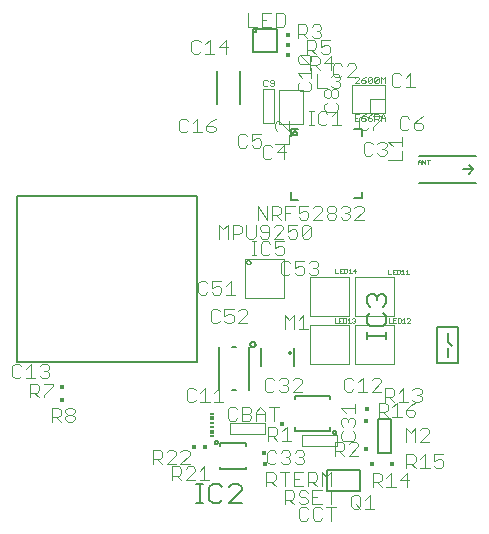
<source format=gto>
G75*
%MOIN*%
%OFA0B0*%
%FSLAX25Y25*%
%IPPOS*%
%LPD*%
%AMOC8*
5,1,8,0,0,1.08239X$1,22.5*
%
%ADD10C,0.00600*%
%ADD11C,0.00394*%
%ADD12C,0.00100*%
%ADD13C,0.00800*%
%ADD14C,0.01414*%
%ADD15C,0.00400*%
%ADD16C,0.00200*%
%ADD17C,0.00500*%
%ADD18R,0.01181X0.00591*%
%ADD19R,0.01181X0.01181*%
%ADD20C,0.00197*%
D10*
X0130500Y0070012D02*
X0130500Y0072147D01*
X0130500Y0071080D02*
X0124095Y0071080D01*
X0124095Y0072147D02*
X0124095Y0070012D01*
X0125162Y0078579D02*
X0124095Y0077512D01*
X0124095Y0075377D01*
X0125162Y0074309D01*
X0129432Y0074309D01*
X0130500Y0075377D01*
X0130500Y0077512D01*
X0129432Y0078579D01*
X0125162Y0080754D02*
X0124095Y0081822D01*
X0124095Y0083957D01*
X0125162Y0085025D01*
X0126230Y0085025D01*
X0127297Y0083957D01*
X0127297Y0082890D01*
X0127297Y0083957D02*
X0128365Y0085025D01*
X0129432Y0085025D01*
X0130500Y0083957D01*
X0130500Y0081822D01*
X0129432Y0080754D01*
X0069335Y0015300D02*
X0067200Y0015300D01*
X0068268Y0015300D02*
X0068268Y0021705D01*
X0069335Y0021705D02*
X0067200Y0021705D01*
X0075767Y0020638D02*
X0074700Y0021705D01*
X0072565Y0021705D01*
X0071497Y0020638D01*
X0071497Y0016368D01*
X0072565Y0015300D01*
X0074700Y0015300D01*
X0075767Y0016368D01*
X0082213Y0015300D02*
X0077942Y0015300D01*
X0082213Y0019570D01*
X0082213Y0020638D01*
X0081145Y0021705D01*
X0079010Y0021705D01*
X0077942Y0020638D01*
D11*
X0119900Y0090474D02*
X0132900Y0090474D01*
X0132900Y0077474D01*
X0119900Y0077474D01*
X0119900Y0090474D01*
X0119900Y0074726D02*
X0132900Y0074726D01*
X0132900Y0061726D01*
X0119900Y0061726D01*
X0119900Y0074726D01*
X0117900Y0061726D02*
X0104900Y0061726D01*
X0104900Y0074726D01*
X0117900Y0074726D01*
X0117900Y0061726D01*
X0117900Y0077474D02*
X0104900Y0077474D01*
X0104900Y0090474D01*
X0117900Y0090474D01*
X0117900Y0077474D01*
X0083500Y0096500D02*
X0096500Y0096500D01*
X0096500Y0083500D01*
X0083500Y0083500D01*
X0083500Y0096500D01*
X0083793Y0095500D02*
X0083795Y0095553D01*
X0083801Y0095605D01*
X0083811Y0095657D01*
X0083824Y0095708D01*
X0083842Y0095758D01*
X0083863Y0095807D01*
X0083888Y0095854D01*
X0083916Y0095898D01*
X0083947Y0095941D01*
X0083982Y0095981D01*
X0084019Y0096018D01*
X0084059Y0096053D01*
X0084102Y0096084D01*
X0084147Y0096112D01*
X0084193Y0096137D01*
X0084242Y0096158D01*
X0084292Y0096176D01*
X0084343Y0096189D01*
X0084395Y0096199D01*
X0084447Y0096205D01*
X0084500Y0096207D01*
X0084553Y0096205D01*
X0084605Y0096199D01*
X0084657Y0096189D01*
X0084708Y0096176D01*
X0084758Y0096158D01*
X0084807Y0096137D01*
X0084854Y0096112D01*
X0084898Y0096084D01*
X0084941Y0096053D01*
X0084981Y0096018D01*
X0085018Y0095981D01*
X0085053Y0095941D01*
X0085084Y0095898D01*
X0085112Y0095853D01*
X0085137Y0095807D01*
X0085158Y0095758D01*
X0085176Y0095708D01*
X0085189Y0095657D01*
X0085199Y0095605D01*
X0085205Y0095553D01*
X0085207Y0095500D01*
X0085205Y0095447D01*
X0085199Y0095395D01*
X0085189Y0095343D01*
X0085176Y0095292D01*
X0085158Y0095242D01*
X0085137Y0095193D01*
X0085112Y0095146D01*
X0085084Y0095102D01*
X0085053Y0095059D01*
X0085018Y0095019D01*
X0084981Y0094982D01*
X0084941Y0094947D01*
X0084898Y0094916D01*
X0084853Y0094888D01*
X0084807Y0094863D01*
X0084758Y0094842D01*
X0084708Y0094824D01*
X0084657Y0094811D01*
X0084605Y0094801D01*
X0084553Y0094795D01*
X0084500Y0094793D01*
X0084447Y0094795D01*
X0084395Y0094801D01*
X0084343Y0094811D01*
X0084292Y0094824D01*
X0084242Y0094842D01*
X0084193Y0094863D01*
X0084146Y0094888D01*
X0084102Y0094916D01*
X0084059Y0094947D01*
X0084019Y0094982D01*
X0083982Y0095019D01*
X0083947Y0095059D01*
X0083916Y0095102D01*
X0083888Y0095147D01*
X0083863Y0095193D01*
X0083842Y0095242D01*
X0083824Y0095292D01*
X0083811Y0095343D01*
X0083801Y0095395D01*
X0083795Y0095447D01*
X0083793Y0095500D01*
D12*
X0131076Y0093051D02*
X0131076Y0091550D01*
X0132077Y0091550D01*
X0133550Y0093051D02*
X0132549Y0093051D01*
X0132549Y0091550D01*
X0133550Y0091550D01*
X0133050Y0092301D02*
X0132549Y0092301D01*
X0134022Y0093051D02*
X0134022Y0091550D01*
X0134773Y0091550D01*
X0135023Y0091800D01*
X0135023Y0092801D01*
X0134773Y0093051D01*
X0134022Y0093051D01*
X0135496Y0092551D02*
X0135996Y0093051D01*
X0135996Y0091550D01*
X0135496Y0091550D02*
X0136497Y0091550D01*
X0136969Y0092551D02*
X0137469Y0093051D01*
X0137469Y0091550D01*
X0136969Y0091550D02*
X0137970Y0091550D01*
X0131324Y0076951D02*
X0131324Y0075450D01*
X0132325Y0075450D01*
X0133798Y0076951D02*
X0132797Y0076951D01*
X0132797Y0075450D01*
X0133798Y0075450D01*
X0133298Y0076201D02*
X0132797Y0076201D01*
X0134271Y0076951D02*
X0134271Y0075450D01*
X0135021Y0075450D01*
X0135271Y0075700D01*
X0135271Y0076701D01*
X0135021Y0076951D01*
X0134271Y0076951D01*
X0135744Y0076451D02*
X0136244Y0076951D01*
X0136244Y0075450D01*
X0135744Y0075450D02*
X0136745Y0075450D01*
X0138218Y0075450D02*
X0137217Y0075450D01*
X0138218Y0076451D01*
X0138218Y0076701D01*
X0137968Y0076951D01*
X0137467Y0076951D01*
X0137217Y0076701D01*
X0113224Y0076851D02*
X0113224Y0075350D01*
X0114225Y0075350D01*
X0115698Y0076851D02*
X0114697Y0076851D01*
X0114697Y0075350D01*
X0115698Y0075350D01*
X0115198Y0076101D02*
X0114697Y0076101D01*
X0116171Y0076851D02*
X0116171Y0075350D01*
X0116921Y0075350D01*
X0117171Y0075600D01*
X0117171Y0076601D01*
X0116921Y0076851D01*
X0116171Y0076851D01*
X0117644Y0076351D02*
X0118144Y0076851D01*
X0118144Y0075350D01*
X0117644Y0075350D02*
X0118645Y0075350D01*
X0119117Y0076601D02*
X0119367Y0076851D01*
X0119868Y0076851D01*
X0120118Y0076601D01*
X0120118Y0076351D01*
X0119868Y0076101D01*
X0119617Y0076101D01*
X0119868Y0076101D02*
X0120118Y0075850D01*
X0120118Y0075600D01*
X0119868Y0075350D01*
X0119367Y0075350D01*
X0119117Y0075600D01*
X0113476Y0093451D02*
X0113476Y0091950D01*
X0114477Y0091950D01*
X0115950Y0093451D02*
X0114949Y0093451D01*
X0114949Y0091950D01*
X0115950Y0091950D01*
X0115450Y0092701D02*
X0114949Y0092701D01*
X0116422Y0093451D02*
X0116422Y0091950D01*
X0117173Y0091950D01*
X0117423Y0092200D01*
X0117423Y0093201D01*
X0117173Y0093451D01*
X0116422Y0093451D01*
X0117896Y0092951D02*
X0118396Y0093451D01*
X0118396Y0091950D01*
X0117896Y0091950D02*
X0118897Y0091950D01*
X0120120Y0091950D02*
X0120120Y0093451D01*
X0119369Y0092701D01*
X0120370Y0092701D01*
X0141050Y0128150D02*
X0141050Y0129151D01*
X0141550Y0129651D01*
X0142051Y0129151D01*
X0142051Y0128150D01*
X0142051Y0128901D02*
X0141050Y0128901D01*
X0142523Y0128150D02*
X0142523Y0129651D01*
X0143524Y0128150D01*
X0143524Y0129651D01*
X0144497Y0129651D02*
X0144497Y0128150D01*
X0143997Y0129651D02*
X0144997Y0129651D01*
D13*
X0088788Y0066853D02*
X0088788Y0060947D01*
X0099812Y0060947D02*
X0099812Y0066853D01*
X0141500Y0122100D02*
X0160500Y0122100D01*
X0160500Y0131100D02*
X0141500Y0131100D01*
X0156000Y0126600D02*
X0159500Y0126600D01*
X0158000Y0128100D01*
X0159500Y0126600D02*
X0158000Y0125100D01*
D14*
X0098300Y0065400D03*
D15*
X0096600Y0073300D02*
X0096600Y0077904D01*
X0098135Y0076369D01*
X0099669Y0077904D01*
X0099669Y0073300D01*
X0101204Y0076369D02*
X0102739Y0077904D01*
X0102739Y0073300D01*
X0104273Y0073300D02*
X0101204Y0073300D01*
X0125969Y0134937D02*
X0125202Y0135704D01*
X0123667Y0135704D01*
X0122900Y0134937D01*
X0122900Y0131867D01*
X0123667Y0131100D01*
X0125202Y0131100D01*
X0125969Y0131867D01*
X0127504Y0134937D02*
X0128271Y0135704D01*
X0129806Y0135704D01*
X0130573Y0134937D01*
X0130573Y0134169D01*
X0129806Y0133402D01*
X0129039Y0133402D01*
X0129806Y0133402D02*
X0130573Y0132635D01*
X0130573Y0131867D01*
X0129806Y0131100D01*
X0128271Y0131100D01*
X0127504Y0131867D01*
X0124569Y0143537D02*
X0123802Y0144304D01*
X0122267Y0144304D01*
X0121500Y0143537D01*
X0121500Y0140467D01*
X0122267Y0139700D01*
X0123802Y0139700D01*
X0124569Y0140467D01*
X0126104Y0144304D02*
X0129173Y0144304D01*
X0129173Y0143537D01*
X0126104Y0140467D01*
X0126104Y0139700D01*
X0138169Y0143437D02*
X0137402Y0144204D01*
X0135867Y0144204D01*
X0135100Y0143437D01*
X0135100Y0140367D01*
X0135867Y0139600D01*
X0137402Y0139600D01*
X0138169Y0140367D01*
X0142773Y0144204D02*
X0141239Y0143437D01*
X0139704Y0141902D01*
X0139704Y0140367D01*
X0140471Y0139600D01*
X0142006Y0139600D01*
X0142773Y0140367D01*
X0142773Y0141135D01*
X0142006Y0141902D01*
X0139704Y0141902D01*
X0135461Y0157837D02*
X0134694Y0158604D01*
X0133159Y0158604D01*
X0132392Y0157837D01*
X0132392Y0154767D01*
X0133159Y0154000D01*
X0134694Y0154000D01*
X0135461Y0154767D01*
X0136996Y0157069D02*
X0138531Y0158604D01*
X0138531Y0154000D01*
X0140065Y0154000D02*
X0136996Y0154000D01*
X0115761Y0161037D02*
X0114994Y0161804D01*
X0113459Y0161804D01*
X0112692Y0161037D01*
X0112692Y0157967D01*
X0113459Y0157200D01*
X0114994Y0157200D01*
X0115761Y0157967D01*
X0120365Y0157200D02*
X0117296Y0157200D01*
X0120365Y0160269D01*
X0120365Y0161037D01*
X0119598Y0161804D01*
X0118063Y0161804D01*
X0117296Y0161037D01*
X0101663Y0155569D02*
X0100896Y0154802D01*
X0100896Y0153267D01*
X0101663Y0152500D01*
X0104733Y0152500D01*
X0105500Y0153267D01*
X0105500Y0154802D01*
X0104733Y0155569D01*
X0102431Y0157104D02*
X0100896Y0158639D01*
X0105500Y0158639D01*
X0105500Y0160173D02*
X0105500Y0157104D01*
X0104733Y0161708D02*
X0101663Y0161708D01*
X0100896Y0162475D01*
X0100896Y0164010D01*
X0101663Y0164777D01*
X0104733Y0164777D01*
X0105500Y0164010D01*
X0105500Y0162475D01*
X0104733Y0161708D01*
X0101663Y0164777D01*
X0092469Y0133837D02*
X0091702Y0134604D01*
X0090167Y0134604D01*
X0089400Y0133837D01*
X0089400Y0130767D01*
X0090167Y0130000D01*
X0091702Y0130000D01*
X0092469Y0130767D01*
X0096306Y0130000D02*
X0096306Y0134604D01*
X0094004Y0132302D01*
X0097073Y0132302D01*
X0084081Y0137614D02*
X0083314Y0138382D01*
X0081779Y0138382D01*
X0081012Y0137614D01*
X0081012Y0134545D01*
X0081779Y0133778D01*
X0083314Y0133778D01*
X0084081Y0134545D01*
X0088685Y0138382D02*
X0085616Y0138382D01*
X0085616Y0136080D01*
X0087151Y0136847D01*
X0087918Y0136847D01*
X0088685Y0136080D01*
X0088685Y0134545D01*
X0087918Y0133778D01*
X0086383Y0133778D01*
X0085616Y0134545D01*
X0110563Y0148769D02*
X0109796Y0148002D01*
X0109796Y0146467D01*
X0110563Y0145700D01*
X0113633Y0145700D01*
X0114400Y0146467D01*
X0114400Y0148002D01*
X0113633Y0148769D01*
X0110563Y0150304D02*
X0109796Y0151071D01*
X0109796Y0152606D01*
X0110563Y0153373D01*
X0111331Y0153373D01*
X0112098Y0152606D01*
X0112865Y0153373D01*
X0113633Y0153373D01*
X0114400Y0152606D01*
X0114400Y0151071D01*
X0113633Y0150304D01*
X0112865Y0150304D01*
X0112098Y0151071D01*
X0111331Y0150304D01*
X0110563Y0150304D01*
X0112098Y0151071D02*
X0112098Y0152606D01*
X0106235Y0141200D02*
X0104700Y0141200D01*
X0105467Y0141200D02*
X0105467Y0145804D01*
X0104700Y0145804D02*
X0106235Y0145804D01*
X0110839Y0145037D02*
X0110071Y0145804D01*
X0108537Y0145804D01*
X0107769Y0145037D01*
X0107769Y0141967D01*
X0108537Y0141200D01*
X0110071Y0141200D01*
X0110839Y0141967D01*
X0112373Y0144269D02*
X0113908Y0145804D01*
X0113908Y0141200D01*
X0115442Y0141200D02*
X0112373Y0141200D01*
X0087600Y0109700D02*
X0087600Y0114304D01*
X0090669Y0109700D01*
X0090669Y0114304D01*
X0092204Y0109700D02*
X0092204Y0114304D01*
X0094506Y0114304D01*
X0095273Y0113537D01*
X0095273Y0112002D01*
X0094506Y0111235D01*
X0092204Y0111235D01*
X0093739Y0111235D02*
X0095273Y0109700D01*
X0096808Y0109700D02*
X0096808Y0114304D01*
X0099877Y0114304D01*
X0098342Y0112002D02*
X0096808Y0112002D01*
X0104481Y0114304D02*
X0101412Y0114304D01*
X0101412Y0112002D01*
X0102946Y0112769D01*
X0103714Y0112769D01*
X0104481Y0112002D01*
X0104481Y0110467D01*
X0103714Y0109700D01*
X0102179Y0109700D01*
X0101412Y0110467D01*
X0109085Y0109700D02*
X0106016Y0109700D01*
X0109085Y0112769D01*
X0109085Y0113537D01*
X0108318Y0114304D01*
X0106783Y0114304D01*
X0106016Y0113537D01*
X0110620Y0113537D02*
X0111387Y0114304D01*
X0112922Y0114304D01*
X0113689Y0113537D01*
X0113689Y0112769D01*
X0112922Y0112002D01*
X0113689Y0111235D01*
X0113689Y0110467D01*
X0112922Y0109700D01*
X0111387Y0109700D01*
X0110620Y0110467D01*
X0110620Y0111235D01*
X0111387Y0112002D01*
X0110620Y0112769D01*
X0110620Y0113537D01*
X0111387Y0112002D02*
X0112922Y0112002D01*
X0115224Y0113537D02*
X0115991Y0114304D01*
X0117526Y0114304D01*
X0118293Y0113537D01*
X0118293Y0112769D01*
X0117526Y0112002D01*
X0116758Y0112002D01*
X0117526Y0112002D02*
X0118293Y0111235D01*
X0118293Y0110467D01*
X0117526Y0109700D01*
X0115991Y0109700D01*
X0115224Y0110467D01*
X0122897Y0109700D02*
X0119827Y0109700D01*
X0122897Y0112769D01*
X0122897Y0113537D01*
X0122129Y0114304D01*
X0120595Y0114304D01*
X0119827Y0113537D01*
X0104369Y0013237D02*
X0103602Y0014004D01*
X0102067Y0014004D01*
X0101300Y0013237D01*
X0101300Y0010167D01*
X0102067Y0009400D01*
X0103602Y0009400D01*
X0104369Y0010167D01*
X0108973Y0013237D02*
X0108206Y0014004D01*
X0106671Y0014004D01*
X0105904Y0013237D01*
X0105904Y0010167D01*
X0106671Y0009400D01*
X0108206Y0009400D01*
X0108973Y0010167D01*
X0112042Y0009400D02*
X0112042Y0014004D01*
X0110508Y0014004D02*
X0113577Y0014004D01*
X0080769Y0046537D02*
X0080002Y0047304D01*
X0078467Y0047304D01*
X0077700Y0046537D01*
X0077700Y0043467D01*
X0078467Y0042700D01*
X0080002Y0042700D01*
X0080769Y0043467D01*
X0082304Y0042700D02*
X0082304Y0047304D01*
X0084606Y0047304D01*
X0085373Y0046537D01*
X0085373Y0045769D01*
X0084606Y0045002D01*
X0085373Y0044235D01*
X0085373Y0043467D01*
X0084606Y0042700D01*
X0082304Y0042700D01*
X0082304Y0045002D02*
X0084606Y0045002D01*
X0086908Y0042700D02*
X0086908Y0045769D01*
X0088442Y0047304D01*
X0089977Y0045769D01*
X0089977Y0042700D01*
X0089977Y0045002D02*
X0086908Y0045002D01*
X0093046Y0042700D02*
X0093046Y0047304D01*
X0091512Y0047304D02*
X0094581Y0047304D01*
X0116163Y0039169D02*
X0115396Y0038402D01*
X0115396Y0036867D01*
X0116163Y0036100D01*
X0119233Y0036100D01*
X0120000Y0036867D01*
X0120000Y0038402D01*
X0119233Y0039169D01*
X0116163Y0040704D02*
X0115396Y0041471D01*
X0115396Y0043006D01*
X0116163Y0043773D01*
X0116931Y0043773D01*
X0117698Y0043006D01*
X0117698Y0042239D01*
X0117698Y0043006D02*
X0118465Y0043773D01*
X0119233Y0043773D01*
X0120000Y0043006D01*
X0120000Y0041471D01*
X0119233Y0040704D01*
X0116931Y0045308D02*
X0115396Y0046842D01*
X0120000Y0046842D01*
X0120000Y0045308D02*
X0120000Y0048377D01*
X0093069Y0056137D02*
X0092302Y0056904D01*
X0090767Y0056904D01*
X0090000Y0056137D01*
X0090000Y0053067D01*
X0090767Y0052300D01*
X0092302Y0052300D01*
X0093069Y0053067D01*
X0094604Y0056137D02*
X0095371Y0056904D01*
X0096906Y0056904D01*
X0097673Y0056137D01*
X0097673Y0055369D01*
X0096906Y0054602D01*
X0096139Y0054602D01*
X0096906Y0054602D02*
X0097673Y0053835D01*
X0097673Y0053067D01*
X0096906Y0052300D01*
X0095371Y0052300D01*
X0094604Y0053067D01*
X0102277Y0052300D02*
X0099208Y0052300D01*
X0102277Y0055369D01*
X0102277Y0056137D01*
X0101510Y0056904D01*
X0099975Y0056904D01*
X0099208Y0056137D01*
X0093857Y0032037D02*
X0093090Y0032804D01*
X0091556Y0032804D01*
X0090788Y0032037D01*
X0090788Y0028967D01*
X0091556Y0028200D01*
X0093090Y0028200D01*
X0093857Y0028967D01*
X0095392Y0032037D02*
X0096159Y0032804D01*
X0097694Y0032804D01*
X0098461Y0032037D01*
X0098461Y0031269D01*
X0097694Y0030502D01*
X0096927Y0030502D01*
X0097694Y0030502D02*
X0098461Y0029735D01*
X0098461Y0028967D01*
X0097694Y0028200D01*
X0096159Y0028200D01*
X0095392Y0028967D01*
X0099996Y0032037D02*
X0100763Y0032804D01*
X0102298Y0032804D01*
X0103065Y0032037D01*
X0103065Y0031269D01*
X0102298Y0030502D01*
X0101531Y0030502D01*
X0102298Y0030502D02*
X0103065Y0029735D01*
X0103065Y0028967D01*
X0102298Y0028200D01*
X0100763Y0028200D01*
X0099996Y0028967D01*
X0066969Y0052837D02*
X0066202Y0053604D01*
X0064667Y0053604D01*
X0063900Y0052837D01*
X0063900Y0049767D01*
X0064667Y0049000D01*
X0066202Y0049000D01*
X0066969Y0049767D01*
X0068504Y0052069D02*
X0070039Y0053604D01*
X0070039Y0049000D01*
X0071573Y0049000D02*
X0068504Y0049000D01*
X0073108Y0052069D02*
X0074642Y0053604D01*
X0074642Y0049000D01*
X0073108Y0049000D02*
X0076177Y0049000D01*
X0137097Y0035637D02*
X0137097Y0040241D01*
X0138632Y0038707D01*
X0140166Y0040241D01*
X0140166Y0035637D01*
X0144770Y0035637D02*
X0141701Y0035637D01*
X0144770Y0038707D01*
X0144770Y0039474D01*
X0144003Y0040241D01*
X0142468Y0040241D01*
X0141701Y0039474D01*
X0118783Y0014129D02*
X0118783Y0017198D01*
X0119551Y0017966D01*
X0121085Y0017966D01*
X0121853Y0017198D01*
X0121853Y0014129D01*
X0121085Y0013362D01*
X0119551Y0013362D01*
X0118783Y0014129D01*
X0120318Y0014896D02*
X0121853Y0013362D01*
X0123387Y0016431D02*
X0124922Y0017966D01*
X0124922Y0013362D01*
X0123387Y0013362D02*
X0126457Y0013362D01*
X0119523Y0056270D02*
X0118756Y0057037D01*
X0117221Y0057037D01*
X0116454Y0056270D01*
X0116454Y0053201D01*
X0117221Y0052433D01*
X0118756Y0052433D01*
X0119523Y0053201D01*
X0121058Y0055503D02*
X0122592Y0057037D01*
X0122592Y0052433D01*
X0121058Y0052433D02*
X0124127Y0052433D01*
X0128731Y0052433D02*
X0125662Y0052433D01*
X0128731Y0055503D01*
X0128731Y0056270D01*
X0127964Y0057037D01*
X0126429Y0057037D01*
X0125662Y0056270D01*
X0070869Y0088537D02*
X0070102Y0089304D01*
X0068567Y0089304D01*
X0067800Y0088537D01*
X0067800Y0085467D01*
X0068567Y0084700D01*
X0070102Y0084700D01*
X0070869Y0085467D01*
X0075473Y0089304D02*
X0072404Y0089304D01*
X0072404Y0087002D01*
X0073939Y0087769D01*
X0074706Y0087769D01*
X0075473Y0087002D01*
X0075473Y0085467D01*
X0074706Y0084700D01*
X0073171Y0084700D01*
X0072404Y0085467D01*
X0077008Y0087769D02*
X0078542Y0089304D01*
X0078542Y0084700D01*
X0077008Y0084700D02*
X0080077Y0084700D01*
X0074969Y0079137D02*
X0074202Y0079904D01*
X0072667Y0079904D01*
X0071900Y0079137D01*
X0071900Y0076067D01*
X0072667Y0075300D01*
X0074202Y0075300D01*
X0074969Y0076067D01*
X0079573Y0079904D02*
X0076504Y0079904D01*
X0076504Y0077602D01*
X0078039Y0078369D01*
X0078806Y0078369D01*
X0079573Y0077602D01*
X0079573Y0076067D01*
X0078806Y0075300D01*
X0077271Y0075300D01*
X0076504Y0076067D01*
X0084177Y0075300D02*
X0081108Y0075300D01*
X0084177Y0078369D01*
X0084177Y0079137D01*
X0083410Y0079904D01*
X0081875Y0079904D01*
X0081108Y0079137D01*
X0098457Y0095137D02*
X0097690Y0095904D01*
X0096156Y0095904D01*
X0095388Y0095137D01*
X0095388Y0092067D01*
X0096156Y0091300D01*
X0097690Y0091300D01*
X0098457Y0092067D01*
X0103061Y0095904D02*
X0099992Y0095904D01*
X0099992Y0093602D01*
X0101527Y0094369D01*
X0102294Y0094369D01*
X0103061Y0093602D01*
X0103061Y0092067D01*
X0102294Y0091300D01*
X0100759Y0091300D01*
X0099992Y0092067D01*
X0104596Y0095137D02*
X0105363Y0095904D01*
X0106898Y0095904D01*
X0107665Y0095137D01*
X0107665Y0094369D01*
X0106898Y0093602D01*
X0106131Y0093602D01*
X0106898Y0093602D02*
X0107665Y0092835D01*
X0107665Y0092067D01*
X0106898Y0091300D01*
X0105363Y0091300D01*
X0104596Y0092067D01*
X0084371Y0178717D02*
X0084371Y0174113D01*
X0087440Y0174113D01*
X0092044Y0178717D02*
X0088975Y0178717D01*
X0088975Y0174113D01*
X0092044Y0174113D01*
X0090509Y0176415D02*
X0088975Y0176415D01*
X0093579Y0178717D02*
X0093579Y0174113D01*
X0095881Y0174113D01*
X0096648Y0174881D01*
X0096648Y0177950D01*
X0095881Y0178717D01*
X0093579Y0178717D01*
X0129988Y0049000D02*
X0129988Y0053604D01*
X0132290Y0053604D01*
X0133057Y0052837D01*
X0133057Y0051302D01*
X0132290Y0050535D01*
X0129988Y0050535D01*
X0131523Y0050535D02*
X0133057Y0049000D01*
X0134592Y0052069D02*
X0136127Y0053604D01*
X0136127Y0049000D01*
X0137661Y0049000D02*
X0134592Y0049000D01*
X0139196Y0052837D02*
X0139963Y0053604D01*
X0141498Y0053604D01*
X0142265Y0052837D01*
X0142265Y0052069D01*
X0141498Y0051302D01*
X0140731Y0051302D01*
X0141498Y0051302D02*
X0142265Y0050535D01*
X0142265Y0049767D01*
X0141498Y0049000D01*
X0139963Y0049000D01*
X0139196Y0049767D01*
X0137200Y0026900D02*
X0137200Y0031504D01*
X0139502Y0031504D01*
X0140269Y0030737D01*
X0140269Y0029202D01*
X0139502Y0028435D01*
X0137200Y0028435D01*
X0138735Y0028435D02*
X0140269Y0026900D01*
X0141804Y0029969D02*
X0143339Y0031504D01*
X0143339Y0026900D01*
X0144873Y0026900D02*
X0141804Y0026900D01*
X0149477Y0031504D02*
X0146408Y0031504D01*
X0146408Y0029202D01*
X0147942Y0029969D01*
X0148710Y0029969D01*
X0149477Y0029202D01*
X0149477Y0027667D01*
X0148710Y0026900D01*
X0147175Y0026900D01*
X0146408Y0027667D01*
X0125900Y0020700D02*
X0125900Y0025304D01*
X0128202Y0025304D01*
X0128969Y0024537D01*
X0128969Y0023002D01*
X0128202Y0022235D01*
X0125900Y0022235D01*
X0127435Y0022235D02*
X0128969Y0020700D01*
X0130504Y0023769D02*
X0132039Y0025304D01*
X0132039Y0020700D01*
X0133573Y0020700D02*
X0130504Y0020700D01*
X0137410Y0020700D02*
X0137410Y0025304D01*
X0135108Y0023002D01*
X0138177Y0023002D01*
X0113300Y0031100D02*
X0113300Y0035704D01*
X0115602Y0035704D01*
X0116369Y0034937D01*
X0116369Y0033402D01*
X0115602Y0032635D01*
X0113300Y0032635D01*
X0114835Y0032635D02*
X0116369Y0031100D01*
X0120973Y0031100D02*
X0117904Y0031100D01*
X0120973Y0034169D01*
X0120973Y0034937D01*
X0120206Y0035704D01*
X0118671Y0035704D01*
X0117904Y0034937D01*
X0127900Y0044100D02*
X0127900Y0048704D01*
X0130202Y0048704D01*
X0130969Y0047937D01*
X0130969Y0046402D01*
X0130202Y0045635D01*
X0127900Y0045635D01*
X0129435Y0045635D02*
X0130969Y0044100D01*
X0132504Y0047169D02*
X0134039Y0048704D01*
X0134039Y0044100D01*
X0135573Y0044100D02*
X0132504Y0044100D01*
X0140177Y0048704D02*
X0138642Y0047937D01*
X0137108Y0046402D01*
X0137108Y0044867D01*
X0137875Y0044100D01*
X0139410Y0044100D01*
X0140177Y0044867D01*
X0140177Y0045635D01*
X0139410Y0046402D01*
X0137108Y0046402D01*
X0091100Y0036100D02*
X0091100Y0040704D01*
X0093402Y0040704D01*
X0094169Y0039937D01*
X0094169Y0038402D01*
X0093402Y0037635D01*
X0091100Y0037635D01*
X0092635Y0037635D02*
X0094169Y0036100D01*
X0095704Y0039169D02*
X0097239Y0040704D01*
X0097239Y0036100D01*
X0098773Y0036100D02*
X0095704Y0036100D01*
X0059088Y0022900D02*
X0059088Y0027504D01*
X0061390Y0027504D01*
X0062157Y0026737D01*
X0062157Y0025202D01*
X0061390Y0024435D01*
X0059088Y0024435D01*
X0060623Y0024435D02*
X0062157Y0022900D01*
X0066761Y0022900D02*
X0063692Y0022900D01*
X0066761Y0025969D01*
X0066761Y0026737D01*
X0065994Y0027504D01*
X0064459Y0027504D01*
X0063692Y0026737D01*
X0068296Y0025969D02*
X0069831Y0027504D01*
X0069831Y0022900D01*
X0071365Y0022900D02*
X0068296Y0022900D01*
X0052600Y0028300D02*
X0052600Y0032904D01*
X0054902Y0032904D01*
X0055669Y0032137D01*
X0055669Y0030602D01*
X0054902Y0029835D01*
X0052600Y0029835D01*
X0054135Y0029835D02*
X0055669Y0028300D01*
X0060273Y0028300D02*
X0057204Y0028300D01*
X0060273Y0031369D01*
X0060273Y0032137D01*
X0059506Y0032904D01*
X0057971Y0032904D01*
X0057204Y0032137D01*
X0064877Y0028300D02*
X0061808Y0028300D01*
X0064877Y0031369D01*
X0064877Y0032137D01*
X0064110Y0032904D01*
X0062575Y0032904D01*
X0061808Y0032137D01*
X0096600Y0014900D02*
X0096600Y0019504D01*
X0098902Y0019504D01*
X0099669Y0018737D01*
X0099669Y0017202D01*
X0098902Y0016435D01*
X0096600Y0016435D01*
X0098135Y0016435D02*
X0099669Y0014900D01*
X0104273Y0018737D02*
X0103506Y0019504D01*
X0101971Y0019504D01*
X0101204Y0018737D01*
X0101204Y0017969D01*
X0101971Y0017202D01*
X0103506Y0017202D01*
X0104273Y0016435D01*
X0104273Y0015667D01*
X0103506Y0014900D01*
X0101971Y0014900D01*
X0101204Y0015667D01*
X0108877Y0019504D02*
X0105808Y0019504D01*
X0105808Y0014900D01*
X0108877Y0014900D01*
X0107342Y0017202D02*
X0105808Y0017202D01*
X0111946Y0014900D02*
X0111946Y0019504D01*
X0110412Y0019504D02*
X0113481Y0019504D01*
X0090500Y0020900D02*
X0090500Y0025504D01*
X0092802Y0025504D01*
X0093569Y0024737D01*
X0093569Y0023202D01*
X0092802Y0022435D01*
X0090500Y0022435D01*
X0092035Y0022435D02*
X0093569Y0020900D01*
X0096639Y0020900D02*
X0096639Y0025504D01*
X0098173Y0025504D02*
X0095104Y0025504D01*
X0102777Y0025504D02*
X0099708Y0025504D01*
X0099708Y0020900D01*
X0102777Y0020900D01*
X0101242Y0023202D02*
X0099708Y0023202D01*
X0104312Y0020900D02*
X0104312Y0025504D01*
X0106614Y0025504D01*
X0107381Y0024737D01*
X0107381Y0023202D01*
X0106614Y0022435D01*
X0104312Y0022435D01*
X0105846Y0022435D02*
X0107381Y0020900D01*
X0108916Y0020900D02*
X0108916Y0025504D01*
X0110450Y0023969D01*
X0111985Y0025504D01*
X0111985Y0020900D01*
X0101092Y0170200D02*
X0101092Y0174804D01*
X0103394Y0174804D01*
X0104161Y0174037D01*
X0104161Y0172502D01*
X0103394Y0171735D01*
X0101092Y0171735D01*
X0102627Y0171735D02*
X0104161Y0170200D01*
X0105696Y0174037D02*
X0106463Y0174804D01*
X0107998Y0174804D01*
X0108765Y0174037D01*
X0108765Y0173269D01*
X0107998Y0172502D01*
X0107231Y0172502D01*
X0107998Y0172502D02*
X0108765Y0171735D01*
X0108765Y0170967D01*
X0107998Y0170200D01*
X0106463Y0170200D01*
X0105696Y0170967D01*
X0105192Y0159600D02*
X0105192Y0164204D01*
X0107494Y0164204D01*
X0108261Y0163437D01*
X0108261Y0161902D01*
X0107494Y0161135D01*
X0105192Y0161135D01*
X0106727Y0161135D02*
X0108261Y0159600D01*
X0112098Y0159600D02*
X0112098Y0164204D01*
X0109796Y0161902D01*
X0112865Y0161902D01*
X0103992Y0164900D02*
X0103992Y0169504D01*
X0106294Y0169504D01*
X0107061Y0168737D01*
X0107061Y0167202D01*
X0106294Y0166435D01*
X0103992Y0166435D01*
X0105527Y0166435D02*
X0107061Y0164900D01*
X0111665Y0169504D02*
X0108596Y0169504D01*
X0108596Y0167202D01*
X0110131Y0167969D01*
X0110898Y0167969D01*
X0111665Y0167202D01*
X0111665Y0165667D01*
X0110898Y0164900D01*
X0109363Y0164900D01*
X0108596Y0165667D01*
X0131196Y0129600D02*
X0135800Y0129600D01*
X0135800Y0132669D01*
X0132731Y0134204D02*
X0131196Y0135739D01*
X0135800Y0135739D01*
X0135800Y0137273D02*
X0135800Y0134204D01*
X0093296Y0134800D02*
X0097900Y0134800D01*
X0097900Y0137869D01*
X0097900Y0142473D02*
X0097900Y0139404D01*
X0094831Y0142473D01*
X0094063Y0142473D01*
X0093296Y0141706D01*
X0093296Y0140171D01*
X0094063Y0139404D01*
X0107500Y0158204D02*
X0107500Y0153600D01*
X0110569Y0153600D01*
X0112104Y0157437D02*
X0112871Y0158204D01*
X0114406Y0158204D01*
X0115173Y0157437D01*
X0115173Y0156669D01*
X0114406Y0155902D01*
X0113639Y0155902D01*
X0114406Y0155902D02*
X0115173Y0155135D01*
X0115173Y0154367D01*
X0114406Y0153600D01*
X0112871Y0153600D01*
X0112104Y0154367D01*
X0087135Y0097900D02*
X0085600Y0097900D01*
X0086367Y0097900D02*
X0086367Y0102504D01*
X0085600Y0102504D02*
X0087135Y0102504D01*
X0091739Y0101737D02*
X0090971Y0102504D01*
X0089437Y0102504D01*
X0088669Y0101737D01*
X0088669Y0098667D01*
X0089437Y0097900D01*
X0090971Y0097900D01*
X0091739Y0098667D01*
X0096342Y0102504D02*
X0093273Y0102504D01*
X0093273Y0100202D01*
X0094808Y0100969D01*
X0095575Y0100969D01*
X0096342Y0100202D01*
X0096342Y0098667D01*
X0095575Y0097900D01*
X0094041Y0097900D01*
X0093273Y0098667D01*
X0074600Y0103400D02*
X0074600Y0108004D01*
X0076135Y0106469D01*
X0077669Y0108004D01*
X0077669Y0103400D01*
X0079204Y0103400D02*
X0079204Y0108004D01*
X0081506Y0108004D01*
X0082273Y0107237D01*
X0082273Y0105702D01*
X0081506Y0104935D01*
X0079204Y0104935D01*
X0083808Y0108004D02*
X0083808Y0104167D01*
X0084575Y0103400D01*
X0086110Y0103400D01*
X0086877Y0104167D01*
X0086877Y0108004D01*
X0088412Y0104167D02*
X0089179Y0103400D01*
X0090714Y0103400D01*
X0091481Y0104167D01*
X0091481Y0107237D01*
X0090714Y0108004D01*
X0089179Y0108004D01*
X0088412Y0107237D01*
X0088412Y0106469D01*
X0089179Y0105702D01*
X0091481Y0105702D01*
X0096085Y0103400D02*
X0093016Y0103400D01*
X0096085Y0106469D01*
X0096085Y0107237D01*
X0095318Y0108004D01*
X0093783Y0108004D01*
X0093016Y0107237D01*
X0100689Y0108004D02*
X0097620Y0108004D01*
X0097620Y0105702D01*
X0099154Y0106469D01*
X0099922Y0106469D01*
X0100689Y0105702D01*
X0100689Y0104167D01*
X0099922Y0103400D01*
X0098387Y0103400D01*
X0097620Y0104167D01*
X0102224Y0104167D02*
X0102224Y0107237D01*
X0102991Y0108004D01*
X0104526Y0108004D01*
X0105293Y0107237D01*
X0105293Y0104167D01*
X0104526Y0103400D01*
X0102991Y0103400D01*
X0102224Y0104167D01*
X0105293Y0107237D01*
X0068569Y0168937D02*
X0067802Y0169704D01*
X0066267Y0169704D01*
X0065500Y0168937D01*
X0065500Y0165867D01*
X0066267Y0165100D01*
X0067802Y0165100D01*
X0068569Y0165867D01*
X0070104Y0168169D02*
X0071639Y0169704D01*
X0071639Y0165100D01*
X0073173Y0165100D02*
X0070104Y0165100D01*
X0077010Y0165100D02*
X0077010Y0169704D01*
X0074708Y0167402D01*
X0077777Y0167402D01*
X0064369Y0142637D02*
X0063602Y0143404D01*
X0062067Y0143404D01*
X0061300Y0142637D01*
X0061300Y0139567D01*
X0062067Y0138800D01*
X0063602Y0138800D01*
X0064369Y0139567D01*
X0065904Y0141869D02*
X0067439Y0143404D01*
X0067439Y0138800D01*
X0068973Y0138800D02*
X0065904Y0138800D01*
X0073577Y0143404D02*
X0072042Y0142637D01*
X0070508Y0141102D01*
X0070508Y0139567D01*
X0071275Y0138800D01*
X0072810Y0138800D01*
X0073577Y0139567D01*
X0073577Y0140335D01*
X0072810Y0141102D01*
X0070508Y0141102D01*
X0011600Y0050500D02*
X0011600Y0055104D01*
X0013902Y0055104D01*
X0014669Y0054337D01*
X0014669Y0052802D01*
X0013902Y0052035D01*
X0011600Y0052035D01*
X0013135Y0052035D02*
X0014669Y0050500D01*
X0016204Y0055104D02*
X0019273Y0055104D01*
X0019273Y0054337D01*
X0016204Y0051267D01*
X0016204Y0050500D01*
X0008857Y0060837D02*
X0008090Y0061604D01*
X0006556Y0061604D01*
X0005788Y0060837D01*
X0005788Y0057767D01*
X0006556Y0057000D01*
X0008090Y0057000D01*
X0008857Y0057767D01*
X0010392Y0060069D02*
X0011927Y0061604D01*
X0011927Y0057000D01*
X0013461Y0057000D02*
X0010392Y0057000D01*
X0014996Y0060837D02*
X0015763Y0061604D01*
X0017298Y0061604D01*
X0018065Y0060837D01*
X0018065Y0060069D01*
X0017298Y0059302D01*
X0016531Y0059302D01*
X0017298Y0059302D02*
X0018065Y0058535D01*
X0018065Y0057767D01*
X0017298Y0057000D01*
X0015763Y0057000D01*
X0014996Y0057767D01*
X0018892Y0042400D02*
X0018892Y0047004D01*
X0021194Y0047004D01*
X0021961Y0046237D01*
X0021961Y0044702D01*
X0021194Y0043935D01*
X0018892Y0043935D01*
X0020427Y0043935D02*
X0021961Y0042400D01*
X0023496Y0046237D02*
X0024263Y0047004D01*
X0025798Y0047004D01*
X0026565Y0046237D01*
X0026565Y0045469D01*
X0025798Y0044702D01*
X0026565Y0043935D01*
X0026565Y0043167D01*
X0025798Y0042400D01*
X0024263Y0042400D01*
X0023496Y0043167D01*
X0023496Y0043935D01*
X0024263Y0044702D01*
X0023496Y0045469D01*
X0023496Y0046237D01*
X0024263Y0044702D02*
X0025798Y0044702D01*
D16*
X0093102Y0153399D02*
X0093102Y0141801D01*
X0089298Y0141801D01*
X0089298Y0153399D01*
X0093102Y0153399D01*
X0090968Y0156035D02*
X0090601Y0156402D01*
X0089867Y0156402D01*
X0089500Y0156035D01*
X0089500Y0154567D01*
X0089867Y0154200D01*
X0090601Y0154200D01*
X0090968Y0154567D01*
X0091710Y0154567D02*
X0092077Y0154200D01*
X0092811Y0154200D01*
X0093178Y0154567D01*
X0093178Y0156035D01*
X0092811Y0156402D01*
X0092077Y0156402D01*
X0091710Y0156035D01*
X0091710Y0155668D01*
X0092077Y0155301D01*
X0093178Y0155301D01*
X0078401Y0042002D02*
X0089999Y0042002D01*
X0089999Y0038198D01*
X0078401Y0038198D01*
X0078401Y0042002D01*
X0102501Y0038002D02*
X0114099Y0038002D01*
X0114099Y0034198D01*
X0102501Y0034198D01*
X0102501Y0038002D01*
X0121344Y0155218D02*
X0119876Y0155218D01*
X0121344Y0156686D01*
X0121344Y0157053D01*
X0120977Y0157420D01*
X0120243Y0157420D01*
X0119876Y0157053D01*
X0123553Y0157420D02*
X0122819Y0157053D01*
X0122085Y0156319D01*
X0122085Y0155585D01*
X0122452Y0155218D01*
X0123186Y0155218D01*
X0123553Y0155585D01*
X0123553Y0155952D01*
X0123186Y0156319D01*
X0122085Y0156319D01*
X0124295Y0155585D02*
X0124295Y0157053D01*
X0124662Y0157420D01*
X0125396Y0157420D01*
X0125763Y0157053D01*
X0125763Y0155585D01*
X0125396Y0155218D01*
X0124662Y0155218D01*
X0124295Y0155585D01*
X0125763Y0157053D01*
X0126505Y0155585D02*
X0126505Y0157053D01*
X0126872Y0157420D01*
X0127606Y0157420D01*
X0127973Y0157053D01*
X0127973Y0155585D01*
X0127606Y0155218D01*
X0126872Y0155218D01*
X0126505Y0155585D01*
X0127973Y0157053D01*
X0128715Y0155218D02*
X0128715Y0157420D01*
X0129449Y0156686D01*
X0130183Y0157420D01*
X0130183Y0155218D01*
X0121344Y0144822D02*
X0119876Y0144822D01*
X0119876Y0142620D01*
X0121344Y0142620D01*
X0120610Y0143721D02*
X0119876Y0143721D01*
X0123553Y0144822D02*
X0122819Y0144455D01*
X0122085Y0143721D01*
X0122085Y0142987D01*
X0122452Y0142620D01*
X0123186Y0142620D01*
X0123553Y0142987D01*
X0123553Y0143354D01*
X0123186Y0143721D01*
X0122085Y0143721D01*
X0125763Y0144822D02*
X0125029Y0144455D01*
X0124295Y0143721D01*
X0124295Y0142987D01*
X0124662Y0142620D01*
X0125396Y0142620D01*
X0125763Y0142987D01*
X0125763Y0143354D01*
X0125396Y0143721D01*
X0124295Y0143721D01*
X0126505Y0142620D02*
X0126505Y0144822D01*
X0127606Y0144822D01*
X0127973Y0144455D01*
X0127973Y0143721D01*
X0127606Y0143354D01*
X0126505Y0143354D01*
X0127239Y0143354D02*
X0127973Y0142620D01*
X0128715Y0142620D02*
X0128715Y0144088D01*
X0129449Y0144822D01*
X0130183Y0144088D01*
X0130183Y0142620D01*
X0130183Y0143721D02*
X0128715Y0143721D01*
X0094830Y0141501D02*
X0094830Y0153099D01*
X0102570Y0153099D01*
X0102570Y0141501D01*
X0094830Y0141501D01*
D17*
X0101050Y0140011D02*
X0098589Y0140011D01*
X0098589Y0137550D01*
X0119750Y0140011D02*
X0122211Y0140011D01*
X0122211Y0137550D01*
X0122211Y0118850D02*
X0122211Y0116881D01*
X0119750Y0116881D01*
X0101050Y0116389D02*
X0098589Y0116389D01*
X0098589Y0118850D01*
X0099369Y0138535D02*
X0099371Y0138588D01*
X0099377Y0138640D01*
X0099387Y0138692D01*
X0099401Y0138743D01*
X0099418Y0138792D01*
X0099440Y0138840D01*
X0099464Y0138887D01*
X0099493Y0138931D01*
X0099524Y0138973D01*
X0099559Y0139013D01*
X0099597Y0139050D01*
X0099637Y0139084D01*
X0099680Y0139115D01*
X0099725Y0139142D01*
X0099772Y0139166D01*
X0099820Y0139186D01*
X0099870Y0139203D01*
X0099921Y0139216D01*
X0099973Y0139225D01*
X0100026Y0139230D01*
X0100078Y0139231D01*
X0100131Y0139228D01*
X0100183Y0139221D01*
X0100235Y0139210D01*
X0100285Y0139195D01*
X0100334Y0139177D01*
X0100382Y0139155D01*
X0100428Y0139129D01*
X0100472Y0139100D01*
X0100514Y0139067D01*
X0100552Y0139032D01*
X0100589Y0138993D01*
X0100622Y0138953D01*
X0100652Y0138909D01*
X0100678Y0138864D01*
X0100702Y0138816D01*
X0100721Y0138768D01*
X0100737Y0138717D01*
X0100749Y0138666D01*
X0100757Y0138614D01*
X0100761Y0138561D01*
X0100761Y0138509D01*
X0100757Y0138456D01*
X0100749Y0138404D01*
X0100737Y0138353D01*
X0100721Y0138302D01*
X0100702Y0138254D01*
X0100678Y0138206D01*
X0100652Y0138161D01*
X0100622Y0138117D01*
X0100589Y0138077D01*
X0100552Y0138038D01*
X0100514Y0138003D01*
X0100472Y0137970D01*
X0100428Y0137941D01*
X0100382Y0137915D01*
X0100334Y0137893D01*
X0100285Y0137875D01*
X0100235Y0137860D01*
X0100183Y0137849D01*
X0100131Y0137842D01*
X0100078Y0137839D01*
X0100026Y0137840D01*
X0099973Y0137845D01*
X0099921Y0137854D01*
X0099870Y0137867D01*
X0099820Y0137884D01*
X0099772Y0137904D01*
X0099725Y0137928D01*
X0099680Y0137955D01*
X0099637Y0137986D01*
X0099597Y0138020D01*
X0099559Y0138057D01*
X0099524Y0138097D01*
X0099493Y0138139D01*
X0099464Y0138183D01*
X0099440Y0138230D01*
X0099418Y0138278D01*
X0099401Y0138327D01*
X0099387Y0138378D01*
X0099377Y0138430D01*
X0099371Y0138482D01*
X0099369Y0138535D01*
X0074969Y0034343D02*
X0074969Y0035131D01*
X0083631Y0035131D01*
X0083631Y0034343D01*
X0083631Y0027257D02*
X0083631Y0026469D01*
X0074969Y0026469D01*
X0074969Y0027257D01*
X0073231Y0035524D02*
X0073233Y0035571D01*
X0073239Y0035617D01*
X0073248Y0035663D01*
X0073262Y0035707D01*
X0073279Y0035751D01*
X0073300Y0035792D01*
X0073324Y0035832D01*
X0073351Y0035870D01*
X0073382Y0035905D01*
X0073415Y0035938D01*
X0073451Y0035968D01*
X0073490Y0035994D01*
X0073530Y0036018D01*
X0073572Y0036037D01*
X0073616Y0036054D01*
X0073661Y0036066D01*
X0073707Y0036075D01*
X0073753Y0036080D01*
X0073800Y0036081D01*
X0073846Y0036078D01*
X0073892Y0036071D01*
X0073938Y0036060D01*
X0073982Y0036046D01*
X0074025Y0036028D01*
X0074066Y0036006D01*
X0074106Y0035981D01*
X0074143Y0035953D01*
X0074178Y0035922D01*
X0074210Y0035888D01*
X0074239Y0035851D01*
X0074264Y0035813D01*
X0074287Y0035772D01*
X0074306Y0035729D01*
X0074321Y0035685D01*
X0074333Y0035640D01*
X0074341Y0035594D01*
X0074345Y0035547D01*
X0074345Y0035501D01*
X0074341Y0035454D01*
X0074333Y0035408D01*
X0074321Y0035363D01*
X0074306Y0035319D01*
X0074287Y0035276D01*
X0074264Y0035235D01*
X0074239Y0035197D01*
X0074210Y0035160D01*
X0074178Y0035126D01*
X0074143Y0035095D01*
X0074106Y0035067D01*
X0074067Y0035042D01*
X0074025Y0035020D01*
X0073982Y0035002D01*
X0073938Y0034988D01*
X0073892Y0034977D01*
X0073846Y0034970D01*
X0073800Y0034967D01*
X0073753Y0034968D01*
X0073707Y0034973D01*
X0073661Y0034982D01*
X0073616Y0034994D01*
X0073572Y0035011D01*
X0073530Y0035030D01*
X0073490Y0035054D01*
X0073451Y0035080D01*
X0073415Y0035110D01*
X0073382Y0035143D01*
X0073351Y0035178D01*
X0073324Y0035216D01*
X0073300Y0035256D01*
X0073279Y0035297D01*
X0073262Y0035341D01*
X0073248Y0035385D01*
X0073239Y0035431D01*
X0073233Y0035477D01*
X0073231Y0035524D01*
X0099894Y0051106D02*
X0111706Y0051106D01*
X0099894Y0039294D02*
X0111706Y0039294D01*
X0111706Y0040476D01*
X0099894Y0040476D02*
X0099894Y0039294D01*
X0099894Y0049924D02*
X0099894Y0051106D01*
X0111706Y0051106D02*
X0111706Y0049924D01*
X0112723Y0038901D02*
X0112725Y0038948D01*
X0112731Y0038994D01*
X0112740Y0039040D01*
X0112754Y0039084D01*
X0112771Y0039128D01*
X0112792Y0039169D01*
X0112816Y0039209D01*
X0112843Y0039247D01*
X0112874Y0039282D01*
X0112907Y0039315D01*
X0112943Y0039345D01*
X0112982Y0039371D01*
X0113022Y0039395D01*
X0113064Y0039414D01*
X0113108Y0039431D01*
X0113153Y0039443D01*
X0113199Y0039452D01*
X0113245Y0039457D01*
X0113292Y0039458D01*
X0113338Y0039455D01*
X0113384Y0039448D01*
X0113430Y0039437D01*
X0113474Y0039423D01*
X0113517Y0039405D01*
X0113558Y0039383D01*
X0113598Y0039358D01*
X0113635Y0039330D01*
X0113670Y0039299D01*
X0113702Y0039265D01*
X0113731Y0039228D01*
X0113756Y0039190D01*
X0113779Y0039149D01*
X0113798Y0039106D01*
X0113813Y0039062D01*
X0113825Y0039017D01*
X0113833Y0038971D01*
X0113837Y0038924D01*
X0113837Y0038878D01*
X0113833Y0038831D01*
X0113825Y0038785D01*
X0113813Y0038740D01*
X0113798Y0038696D01*
X0113779Y0038653D01*
X0113756Y0038612D01*
X0113731Y0038574D01*
X0113702Y0038537D01*
X0113670Y0038503D01*
X0113635Y0038472D01*
X0113598Y0038444D01*
X0113559Y0038419D01*
X0113517Y0038397D01*
X0113474Y0038379D01*
X0113430Y0038365D01*
X0113384Y0038354D01*
X0113338Y0038347D01*
X0113292Y0038344D01*
X0113245Y0038345D01*
X0113199Y0038350D01*
X0113153Y0038359D01*
X0113108Y0038371D01*
X0113064Y0038388D01*
X0113022Y0038407D01*
X0112982Y0038431D01*
X0112943Y0038457D01*
X0112907Y0038487D01*
X0112874Y0038520D01*
X0112843Y0038555D01*
X0112816Y0038593D01*
X0112792Y0038633D01*
X0112771Y0038674D01*
X0112754Y0038718D01*
X0112740Y0038762D01*
X0112731Y0038808D01*
X0112725Y0038854D01*
X0112723Y0038901D01*
X0084818Y0052813D02*
X0084818Y0067380D01*
X0080487Y0052813D02*
X0078913Y0052813D01*
X0074582Y0052813D02*
X0074582Y0067380D01*
X0078913Y0067380D02*
X0080487Y0067380D01*
X0085119Y0068168D02*
X0085121Y0068227D01*
X0085127Y0068285D01*
X0085137Y0068343D01*
X0085150Y0068400D01*
X0085168Y0068457D01*
X0085189Y0068512D01*
X0085214Y0068565D01*
X0085242Y0068616D01*
X0085273Y0068666D01*
X0085308Y0068713D01*
X0085346Y0068758D01*
X0085387Y0068801D01*
X0085431Y0068840D01*
X0085477Y0068876D01*
X0085525Y0068910D01*
X0085576Y0068940D01*
X0085629Y0068966D01*
X0085683Y0068989D01*
X0085738Y0069008D01*
X0085795Y0069024D01*
X0085853Y0069036D01*
X0085911Y0069044D01*
X0085970Y0069048D01*
X0086028Y0069048D01*
X0086087Y0069044D01*
X0086145Y0069036D01*
X0086203Y0069024D01*
X0086260Y0069008D01*
X0086315Y0068989D01*
X0086369Y0068966D01*
X0086422Y0068940D01*
X0086473Y0068910D01*
X0086521Y0068876D01*
X0086567Y0068840D01*
X0086611Y0068801D01*
X0086652Y0068758D01*
X0086690Y0068713D01*
X0086725Y0068666D01*
X0086756Y0068616D01*
X0086784Y0068565D01*
X0086809Y0068512D01*
X0086830Y0068457D01*
X0086848Y0068400D01*
X0086861Y0068343D01*
X0086871Y0068285D01*
X0086877Y0068227D01*
X0086879Y0068168D01*
X0086877Y0068109D01*
X0086871Y0068051D01*
X0086861Y0067993D01*
X0086848Y0067936D01*
X0086830Y0067879D01*
X0086809Y0067824D01*
X0086784Y0067771D01*
X0086756Y0067720D01*
X0086725Y0067670D01*
X0086690Y0067623D01*
X0086652Y0067578D01*
X0086611Y0067535D01*
X0086567Y0067496D01*
X0086521Y0067460D01*
X0086473Y0067426D01*
X0086422Y0067396D01*
X0086369Y0067370D01*
X0086315Y0067347D01*
X0086260Y0067328D01*
X0086203Y0067312D01*
X0086145Y0067300D01*
X0086087Y0067292D01*
X0086028Y0067288D01*
X0085970Y0067288D01*
X0085911Y0067292D01*
X0085853Y0067300D01*
X0085795Y0067312D01*
X0085738Y0067328D01*
X0085683Y0067347D01*
X0085629Y0067370D01*
X0085576Y0067396D01*
X0085525Y0067426D01*
X0085477Y0067460D01*
X0085431Y0067496D01*
X0085387Y0067535D01*
X0085346Y0067578D01*
X0085308Y0067623D01*
X0085273Y0067670D01*
X0085242Y0067720D01*
X0085214Y0067771D01*
X0085189Y0067824D01*
X0085168Y0067879D01*
X0085150Y0067936D01*
X0085137Y0067993D01*
X0085127Y0068051D01*
X0085121Y0068109D01*
X0085119Y0068168D01*
X0127723Y0032071D02*
X0127723Y0043390D01*
X0132152Y0043390D01*
X0132152Y0032071D01*
X0127723Y0032071D01*
X0110620Y0019389D02*
X0110620Y0026164D01*
X0121820Y0026164D01*
X0121820Y0019389D01*
X0110620Y0019389D01*
X0086063Y0165563D02*
X0086063Y0172453D01*
X0086063Y0173437D01*
X0087047Y0173437D01*
X0093937Y0173437D01*
X0093937Y0165563D01*
X0086063Y0165563D01*
X0086063Y0172453D02*
X0087047Y0172453D01*
X0087047Y0173437D01*
X0147400Y0074000D02*
X0154400Y0074000D01*
X0154400Y0062000D01*
X0147400Y0062000D01*
X0147400Y0074000D01*
X0150900Y0072000D02*
X0150900Y0069000D01*
X0152400Y0067500D01*
X0150900Y0067000D02*
X0150900Y0064000D01*
X0081837Y0148387D02*
X0081837Y0159213D01*
X0073963Y0159213D02*
X0073963Y0148387D01*
X0067300Y0117559D02*
X0067300Y0062441D01*
X0007457Y0062441D01*
X0007457Y0117559D01*
X0067300Y0117559D01*
D18*
X0072309Y0037624D03*
X0072309Y0040576D03*
X0072309Y0042024D03*
X0072309Y0044976D03*
D19*
X0072309Y0039100D03*
X0072309Y0043500D03*
X0123900Y0046500D03*
X0132500Y0028200D03*
X0125800Y0028200D03*
X0123800Y0033200D03*
X0123800Y0042600D03*
X0095800Y0041700D03*
X0070000Y0034000D03*
X0066300Y0033900D03*
X0089900Y0028200D03*
X0089800Y0031900D03*
X0097700Y0171400D03*
X0097700Y0164500D03*
X0097700Y0167900D03*
X0022400Y0054100D03*
X0022500Y0049500D03*
D20*
X0118988Y0154724D02*
X0130012Y0154724D01*
X0130012Y0150000D01*
X0130012Y0145276D01*
X0124894Y0145276D01*
X0118988Y0145276D01*
X0118988Y0154724D01*
X0130012Y0150000D02*
X0124894Y0150000D01*
X0124894Y0145276D01*
M02*

</source>
